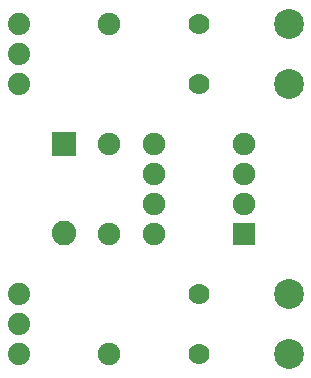
<source format=gtl>
G04 MADE WITH FRITZING*
G04 WWW.FRITZING.ORG*
G04 DOUBLE SIDED*
G04 HOLES PLATED*
G04 CONTOUR ON CENTER OF CONTOUR VECTOR*
%ASAXBY*%
%FSLAX23Y23*%
%MOIN*%
%OFA0B0*%
%SFA1.0B1.0*%
%ADD10C,0.099583*%
%ADD11C,0.074000*%
%ADD12C,0.075000*%
%ADD13C,0.070000*%
%ADD14C,0.082000*%
%ADD15R,0.075000X0.075000*%
%ADD16R,0.082000X0.082000*%
%LNCOPPER1*%
G90*
G70*
G54D10*
X1100Y1096D03*
X1100Y1296D03*
X1100Y196D03*
X1100Y396D03*
G54D11*
X199Y1096D03*
X199Y1196D03*
X199Y1296D03*
X199Y196D03*
X199Y296D03*
X199Y396D03*
G54D12*
X950Y596D03*
X650Y596D03*
X950Y696D03*
X650Y696D03*
X950Y796D03*
X650Y796D03*
X950Y896D03*
X650Y896D03*
G54D13*
X800Y1296D03*
X800Y1096D03*
G54D14*
X350Y896D03*
X350Y598D03*
G54D13*
X800Y396D03*
X800Y196D03*
G54D12*
X500Y1296D03*
X500Y896D03*
X500Y196D03*
X500Y596D03*
G54D15*
X950Y596D03*
G54D16*
X350Y897D03*
G04 End of Copper1*
M02*
</source>
